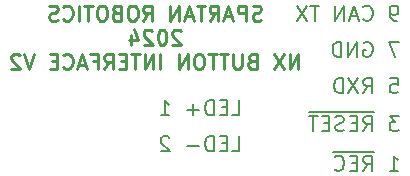
<source format=gbr>
%TF.GenerationSoftware,KiCad,Pcbnew,8.0.4-8.0.4-0~ubuntu22.04.1*%
%TF.CreationDate,2024-08-16T20:42:54-07:00*%
%TF.ProjectId,NX-ButtonInterface,4e582d42-7574-4746-9f6e-496e74657266,1*%
%TF.SameCoordinates,Original*%
%TF.FileFunction,Legend,Bot*%
%TF.FilePolarity,Positive*%
%FSLAX46Y46*%
G04 Gerber Fmt 4.6, Leading zero omitted, Abs format (unit mm)*
G04 Created by KiCad (PCBNEW 8.0.4-8.0.4-0~ubuntu22.04.1) date 2024-08-16 20:42:54*
%MOMM*%
%LPD*%
G01*
G04 APERTURE LIST*
%ADD10C,0.177800*%
%ADD11C,0.228600*%
G04 APERTURE END LIST*
D10*
X118573598Y-99271567D02*
X117726931Y-99271567D01*
X117726931Y-99271567D02*
X118271217Y-100541567D01*
X115610264Y-99332043D02*
X115731217Y-99271567D01*
X115731217Y-99271567D02*
X115912645Y-99271567D01*
X115912645Y-99271567D02*
X116094074Y-99332043D01*
X116094074Y-99332043D02*
X116215026Y-99452995D01*
X116215026Y-99452995D02*
X116275503Y-99573948D01*
X116275503Y-99573948D02*
X116335979Y-99815852D01*
X116335979Y-99815852D02*
X116335979Y-99997281D01*
X116335979Y-99997281D02*
X116275503Y-100239186D01*
X116275503Y-100239186D02*
X116215026Y-100360138D01*
X116215026Y-100360138D02*
X116094074Y-100481091D01*
X116094074Y-100481091D02*
X115912645Y-100541567D01*
X115912645Y-100541567D02*
X115791693Y-100541567D01*
X115791693Y-100541567D02*
X115610264Y-100481091D01*
X115610264Y-100481091D02*
X115549788Y-100420614D01*
X115549788Y-100420614D02*
X115549788Y-99997281D01*
X115549788Y-99997281D02*
X115791693Y-99997281D01*
X115005503Y-100541567D02*
X115005503Y-99271567D01*
X115005503Y-99271567D02*
X114279788Y-100541567D01*
X114279788Y-100541567D02*
X114279788Y-99271567D01*
X113675027Y-100541567D02*
X113675027Y-99271567D01*
X113675027Y-99271567D02*
X113372646Y-99271567D01*
X113372646Y-99271567D02*
X113191217Y-99332043D01*
X113191217Y-99332043D02*
X113070265Y-99452995D01*
X113070265Y-99452995D02*
X113009788Y-99573948D01*
X113009788Y-99573948D02*
X112949312Y-99815852D01*
X112949312Y-99815852D02*
X112949312Y-99997281D01*
X112949312Y-99997281D02*
X113009788Y-100239186D01*
X113009788Y-100239186D02*
X113070265Y-100360138D01*
X113070265Y-100360138D02*
X113191217Y-100481091D01*
X113191217Y-100481091D02*
X113372646Y-100541567D01*
X113372646Y-100541567D02*
X113675027Y-100541567D01*
X104450497Y-105480280D02*
X105055259Y-105480280D01*
X105055259Y-105480280D02*
X105055259Y-104210280D01*
X104027164Y-104815042D02*
X103603830Y-104815042D01*
X103422402Y-105480280D02*
X104027164Y-105480280D01*
X104027164Y-105480280D02*
X104027164Y-104210280D01*
X104027164Y-104210280D02*
X103422402Y-104210280D01*
X102878116Y-105480280D02*
X102878116Y-104210280D01*
X102878116Y-104210280D02*
X102575735Y-104210280D01*
X102575735Y-104210280D02*
X102394306Y-104270756D01*
X102394306Y-104270756D02*
X102273354Y-104391708D01*
X102273354Y-104391708D02*
X102212877Y-104512661D01*
X102212877Y-104512661D02*
X102152401Y-104754565D01*
X102152401Y-104754565D02*
X102152401Y-104935994D01*
X102152401Y-104935994D02*
X102212877Y-105177899D01*
X102212877Y-105177899D02*
X102273354Y-105298851D01*
X102273354Y-105298851D02*
X102394306Y-105419804D01*
X102394306Y-105419804D02*
X102575735Y-105480280D01*
X102575735Y-105480280D02*
X102878116Y-105480280D01*
X101608116Y-104996470D02*
X100640497Y-104996470D01*
X101124306Y-105480280D02*
X101124306Y-104512661D01*
X98402877Y-105480280D02*
X99128592Y-105480280D01*
X98765735Y-105480280D02*
X98765735Y-104210280D01*
X98765735Y-104210280D02*
X98886687Y-104391708D01*
X98886687Y-104391708D02*
X99007639Y-104512661D01*
X99007639Y-104512661D02*
X99128592Y-104573137D01*
X117847884Y-102333854D02*
X118452646Y-102333854D01*
X118452646Y-102333854D02*
X118513122Y-102938616D01*
X118513122Y-102938616D02*
X118452646Y-102878139D01*
X118452646Y-102878139D02*
X118331693Y-102817663D01*
X118331693Y-102817663D02*
X118029312Y-102817663D01*
X118029312Y-102817663D02*
X117908360Y-102878139D01*
X117908360Y-102878139D02*
X117847884Y-102938616D01*
X117847884Y-102938616D02*
X117787407Y-103059568D01*
X117787407Y-103059568D02*
X117787407Y-103361949D01*
X117787407Y-103361949D02*
X117847884Y-103482901D01*
X117847884Y-103482901D02*
X117908360Y-103543378D01*
X117908360Y-103543378D02*
X118029312Y-103603854D01*
X118029312Y-103603854D02*
X118331693Y-103603854D01*
X118331693Y-103603854D02*
X118452646Y-103543378D01*
X118452646Y-103543378D02*
X118513122Y-103482901D01*
X115549788Y-103603854D02*
X115973122Y-102999092D01*
X116275503Y-103603854D02*
X116275503Y-102333854D01*
X116275503Y-102333854D02*
X115791693Y-102333854D01*
X115791693Y-102333854D02*
X115670741Y-102394330D01*
X115670741Y-102394330D02*
X115610264Y-102454806D01*
X115610264Y-102454806D02*
X115549788Y-102575758D01*
X115549788Y-102575758D02*
X115549788Y-102757187D01*
X115549788Y-102757187D02*
X115610264Y-102878139D01*
X115610264Y-102878139D02*
X115670741Y-102938616D01*
X115670741Y-102938616D02*
X115791693Y-102999092D01*
X115791693Y-102999092D02*
X116275503Y-102999092D01*
X115126455Y-102333854D02*
X114279788Y-103603854D01*
X114279788Y-102333854D02*
X115126455Y-103603854D01*
X113795979Y-103603854D02*
X113795979Y-102333854D01*
X113795979Y-102333854D02*
X113493598Y-102333854D01*
X113493598Y-102333854D02*
X113312169Y-102394330D01*
X113312169Y-102394330D02*
X113191217Y-102515282D01*
X113191217Y-102515282D02*
X113130740Y-102636235D01*
X113130740Y-102636235D02*
X113070264Y-102878139D01*
X113070264Y-102878139D02*
X113070264Y-103059568D01*
X113070264Y-103059568D02*
X113130740Y-103301473D01*
X113130740Y-103301473D02*
X113191217Y-103422425D01*
X113191217Y-103422425D02*
X113312169Y-103543378D01*
X113312169Y-103543378D02*
X113493598Y-103603854D01*
X113493598Y-103603854D02*
X113795979Y-103603854D01*
X104450497Y-108528280D02*
X105055259Y-108528280D01*
X105055259Y-108528280D02*
X105055259Y-107258280D01*
X104027164Y-107863042D02*
X103603830Y-107863042D01*
X103422402Y-108528280D02*
X104027164Y-108528280D01*
X104027164Y-108528280D02*
X104027164Y-107258280D01*
X104027164Y-107258280D02*
X103422402Y-107258280D01*
X102878116Y-108528280D02*
X102878116Y-107258280D01*
X102878116Y-107258280D02*
X102575735Y-107258280D01*
X102575735Y-107258280D02*
X102394306Y-107318756D01*
X102394306Y-107318756D02*
X102273354Y-107439708D01*
X102273354Y-107439708D02*
X102212877Y-107560661D01*
X102212877Y-107560661D02*
X102152401Y-107802565D01*
X102152401Y-107802565D02*
X102152401Y-107983994D01*
X102152401Y-107983994D02*
X102212877Y-108225899D01*
X102212877Y-108225899D02*
X102273354Y-108346851D01*
X102273354Y-108346851D02*
X102394306Y-108467804D01*
X102394306Y-108467804D02*
X102575735Y-108528280D01*
X102575735Y-108528280D02*
X102878116Y-108528280D01*
X101608116Y-108044470D02*
X100640497Y-108044470D01*
X99128592Y-107379232D02*
X99068116Y-107318756D01*
X99068116Y-107318756D02*
X98947163Y-107258280D01*
X98947163Y-107258280D02*
X98644782Y-107258280D01*
X98644782Y-107258280D02*
X98523830Y-107318756D01*
X98523830Y-107318756D02*
X98463354Y-107379232D01*
X98463354Y-107379232D02*
X98402877Y-107500184D01*
X98402877Y-107500184D02*
X98402877Y-107621137D01*
X98402877Y-107621137D02*
X98463354Y-107802565D01*
X98463354Y-107802565D02*
X99189068Y-108528280D01*
X99189068Y-108528280D02*
X98402877Y-108528280D01*
D11*
X106897713Y-97403533D02*
X106716284Y-97464009D01*
X106716284Y-97464009D02*
X106413903Y-97464009D01*
X106413903Y-97464009D02*
X106292951Y-97403533D01*
X106292951Y-97403533D02*
X106232475Y-97343056D01*
X106232475Y-97343056D02*
X106171998Y-97222104D01*
X106171998Y-97222104D02*
X106171998Y-97101152D01*
X106171998Y-97101152D02*
X106232475Y-96980199D01*
X106232475Y-96980199D02*
X106292951Y-96919723D01*
X106292951Y-96919723D02*
X106413903Y-96859247D01*
X106413903Y-96859247D02*
X106655808Y-96798771D01*
X106655808Y-96798771D02*
X106776760Y-96738294D01*
X106776760Y-96738294D02*
X106837237Y-96677818D01*
X106837237Y-96677818D02*
X106897713Y-96556866D01*
X106897713Y-96556866D02*
X106897713Y-96435913D01*
X106897713Y-96435913D02*
X106837237Y-96314961D01*
X106837237Y-96314961D02*
X106776760Y-96254485D01*
X106776760Y-96254485D02*
X106655808Y-96194009D01*
X106655808Y-96194009D02*
X106353427Y-96194009D01*
X106353427Y-96194009D02*
X106171998Y-96254485D01*
X105627713Y-97464009D02*
X105627713Y-96194009D01*
X105627713Y-96194009D02*
X105143903Y-96194009D01*
X105143903Y-96194009D02*
X105022951Y-96254485D01*
X105022951Y-96254485D02*
X104962474Y-96314961D01*
X104962474Y-96314961D02*
X104901998Y-96435913D01*
X104901998Y-96435913D02*
X104901998Y-96617342D01*
X104901998Y-96617342D02*
X104962474Y-96738294D01*
X104962474Y-96738294D02*
X105022951Y-96798771D01*
X105022951Y-96798771D02*
X105143903Y-96859247D01*
X105143903Y-96859247D02*
X105627713Y-96859247D01*
X104418189Y-97101152D02*
X103813427Y-97101152D01*
X104539141Y-97464009D02*
X104115808Y-96194009D01*
X104115808Y-96194009D02*
X103692474Y-97464009D01*
X102543427Y-97464009D02*
X102966761Y-96859247D01*
X103269142Y-97464009D02*
X103269142Y-96194009D01*
X103269142Y-96194009D02*
X102785332Y-96194009D01*
X102785332Y-96194009D02*
X102664380Y-96254485D01*
X102664380Y-96254485D02*
X102603903Y-96314961D01*
X102603903Y-96314961D02*
X102543427Y-96435913D01*
X102543427Y-96435913D02*
X102543427Y-96617342D01*
X102543427Y-96617342D02*
X102603903Y-96738294D01*
X102603903Y-96738294D02*
X102664380Y-96798771D01*
X102664380Y-96798771D02*
X102785332Y-96859247D01*
X102785332Y-96859247D02*
X103269142Y-96859247D01*
X102180570Y-96194009D02*
X101454856Y-96194009D01*
X101817713Y-97464009D02*
X101817713Y-96194009D01*
X101091999Y-97101152D02*
X100487237Y-97101152D01*
X101212951Y-97464009D02*
X100789618Y-96194009D01*
X100789618Y-96194009D02*
X100366284Y-97464009D01*
X99942952Y-97464009D02*
X99942952Y-96194009D01*
X99942952Y-96194009D02*
X99217237Y-97464009D01*
X99217237Y-97464009D02*
X99217237Y-96194009D01*
X96919142Y-97464009D02*
X97342476Y-96859247D01*
X97644857Y-97464009D02*
X97644857Y-96194009D01*
X97644857Y-96194009D02*
X97161047Y-96194009D01*
X97161047Y-96194009D02*
X97040095Y-96254485D01*
X97040095Y-96254485D02*
X96979618Y-96314961D01*
X96979618Y-96314961D02*
X96919142Y-96435913D01*
X96919142Y-96435913D02*
X96919142Y-96617342D01*
X96919142Y-96617342D02*
X96979618Y-96738294D01*
X96979618Y-96738294D02*
X97040095Y-96798771D01*
X97040095Y-96798771D02*
X97161047Y-96859247D01*
X97161047Y-96859247D02*
X97644857Y-96859247D01*
X96132952Y-96194009D02*
X95891047Y-96194009D01*
X95891047Y-96194009D02*
X95770095Y-96254485D01*
X95770095Y-96254485D02*
X95649142Y-96375437D01*
X95649142Y-96375437D02*
X95588666Y-96617342D01*
X95588666Y-96617342D02*
X95588666Y-97040675D01*
X95588666Y-97040675D02*
X95649142Y-97282580D01*
X95649142Y-97282580D02*
X95770095Y-97403533D01*
X95770095Y-97403533D02*
X95891047Y-97464009D01*
X95891047Y-97464009D02*
X96132952Y-97464009D01*
X96132952Y-97464009D02*
X96253904Y-97403533D01*
X96253904Y-97403533D02*
X96374857Y-97282580D01*
X96374857Y-97282580D02*
X96435333Y-97040675D01*
X96435333Y-97040675D02*
X96435333Y-96617342D01*
X96435333Y-96617342D02*
X96374857Y-96375437D01*
X96374857Y-96375437D02*
X96253904Y-96254485D01*
X96253904Y-96254485D02*
X96132952Y-96194009D01*
X94621047Y-96798771D02*
X94439619Y-96859247D01*
X94439619Y-96859247D02*
X94379142Y-96919723D01*
X94379142Y-96919723D02*
X94318666Y-97040675D01*
X94318666Y-97040675D02*
X94318666Y-97222104D01*
X94318666Y-97222104D02*
X94379142Y-97343056D01*
X94379142Y-97343056D02*
X94439619Y-97403533D01*
X94439619Y-97403533D02*
X94560571Y-97464009D01*
X94560571Y-97464009D02*
X95044381Y-97464009D01*
X95044381Y-97464009D02*
X95044381Y-96194009D01*
X95044381Y-96194009D02*
X94621047Y-96194009D01*
X94621047Y-96194009D02*
X94500095Y-96254485D01*
X94500095Y-96254485D02*
X94439619Y-96314961D01*
X94439619Y-96314961D02*
X94379142Y-96435913D01*
X94379142Y-96435913D02*
X94379142Y-96556866D01*
X94379142Y-96556866D02*
X94439619Y-96677818D01*
X94439619Y-96677818D02*
X94500095Y-96738294D01*
X94500095Y-96738294D02*
X94621047Y-96798771D01*
X94621047Y-96798771D02*
X95044381Y-96798771D01*
X93532476Y-96194009D02*
X93290571Y-96194009D01*
X93290571Y-96194009D02*
X93169619Y-96254485D01*
X93169619Y-96254485D02*
X93048666Y-96375437D01*
X93048666Y-96375437D02*
X92988190Y-96617342D01*
X92988190Y-96617342D02*
X92988190Y-97040675D01*
X92988190Y-97040675D02*
X93048666Y-97282580D01*
X93048666Y-97282580D02*
X93169619Y-97403533D01*
X93169619Y-97403533D02*
X93290571Y-97464009D01*
X93290571Y-97464009D02*
X93532476Y-97464009D01*
X93532476Y-97464009D02*
X93653428Y-97403533D01*
X93653428Y-97403533D02*
X93774381Y-97282580D01*
X93774381Y-97282580D02*
X93834857Y-97040675D01*
X93834857Y-97040675D02*
X93834857Y-96617342D01*
X93834857Y-96617342D02*
X93774381Y-96375437D01*
X93774381Y-96375437D02*
X93653428Y-96254485D01*
X93653428Y-96254485D02*
X93532476Y-96194009D01*
X92625333Y-96194009D02*
X91899619Y-96194009D01*
X92262476Y-97464009D02*
X92262476Y-96194009D01*
X91476286Y-97464009D02*
X91476286Y-96194009D01*
X90145809Y-97343056D02*
X90206285Y-97403533D01*
X90206285Y-97403533D02*
X90387714Y-97464009D01*
X90387714Y-97464009D02*
X90508666Y-97464009D01*
X90508666Y-97464009D02*
X90690095Y-97403533D01*
X90690095Y-97403533D02*
X90811047Y-97282580D01*
X90811047Y-97282580D02*
X90871524Y-97161628D01*
X90871524Y-97161628D02*
X90932000Y-96919723D01*
X90932000Y-96919723D02*
X90932000Y-96738294D01*
X90932000Y-96738294D02*
X90871524Y-96496390D01*
X90871524Y-96496390D02*
X90811047Y-96375437D01*
X90811047Y-96375437D02*
X90690095Y-96254485D01*
X90690095Y-96254485D02*
X90508666Y-96194009D01*
X90508666Y-96194009D02*
X90387714Y-96194009D01*
X90387714Y-96194009D02*
X90206285Y-96254485D01*
X90206285Y-96254485D02*
X90145809Y-96314961D01*
X89662000Y-97403533D02*
X89480571Y-97464009D01*
X89480571Y-97464009D02*
X89178190Y-97464009D01*
X89178190Y-97464009D02*
X89057238Y-97403533D01*
X89057238Y-97403533D02*
X88996762Y-97343056D01*
X88996762Y-97343056D02*
X88936285Y-97222104D01*
X88936285Y-97222104D02*
X88936285Y-97101152D01*
X88936285Y-97101152D02*
X88996762Y-96980199D01*
X88996762Y-96980199D02*
X89057238Y-96919723D01*
X89057238Y-96919723D02*
X89178190Y-96859247D01*
X89178190Y-96859247D02*
X89420095Y-96798771D01*
X89420095Y-96798771D02*
X89541047Y-96738294D01*
X89541047Y-96738294D02*
X89601524Y-96677818D01*
X89601524Y-96677818D02*
X89662000Y-96556866D01*
X89662000Y-96556866D02*
X89662000Y-96435913D01*
X89662000Y-96435913D02*
X89601524Y-96314961D01*
X89601524Y-96314961D02*
X89541047Y-96254485D01*
X89541047Y-96254485D02*
X89420095Y-96194009D01*
X89420095Y-96194009D02*
X89117714Y-96194009D01*
X89117714Y-96194009D02*
X88936285Y-96254485D01*
X100094143Y-98359590D02*
X100033667Y-98299114D01*
X100033667Y-98299114D02*
X99912714Y-98238638D01*
X99912714Y-98238638D02*
X99610333Y-98238638D01*
X99610333Y-98238638D02*
X99489381Y-98299114D01*
X99489381Y-98299114D02*
X99428905Y-98359590D01*
X99428905Y-98359590D02*
X99368428Y-98480542D01*
X99368428Y-98480542D02*
X99368428Y-98601495D01*
X99368428Y-98601495D02*
X99428905Y-98782923D01*
X99428905Y-98782923D02*
X100154619Y-99508638D01*
X100154619Y-99508638D02*
X99368428Y-99508638D01*
X98582238Y-98238638D02*
X98461285Y-98238638D01*
X98461285Y-98238638D02*
X98340333Y-98299114D01*
X98340333Y-98299114D02*
X98279857Y-98359590D01*
X98279857Y-98359590D02*
X98219381Y-98480542D01*
X98219381Y-98480542D02*
X98158904Y-98722447D01*
X98158904Y-98722447D02*
X98158904Y-99024828D01*
X98158904Y-99024828D02*
X98219381Y-99266733D01*
X98219381Y-99266733D02*
X98279857Y-99387685D01*
X98279857Y-99387685D02*
X98340333Y-99448162D01*
X98340333Y-99448162D02*
X98461285Y-99508638D01*
X98461285Y-99508638D02*
X98582238Y-99508638D01*
X98582238Y-99508638D02*
X98703190Y-99448162D01*
X98703190Y-99448162D02*
X98763666Y-99387685D01*
X98763666Y-99387685D02*
X98824143Y-99266733D01*
X98824143Y-99266733D02*
X98884619Y-99024828D01*
X98884619Y-99024828D02*
X98884619Y-98722447D01*
X98884619Y-98722447D02*
X98824143Y-98480542D01*
X98824143Y-98480542D02*
X98763666Y-98359590D01*
X98763666Y-98359590D02*
X98703190Y-98299114D01*
X98703190Y-98299114D02*
X98582238Y-98238638D01*
X97675095Y-98359590D02*
X97614619Y-98299114D01*
X97614619Y-98299114D02*
X97493666Y-98238638D01*
X97493666Y-98238638D02*
X97191285Y-98238638D01*
X97191285Y-98238638D02*
X97070333Y-98299114D01*
X97070333Y-98299114D02*
X97009857Y-98359590D01*
X97009857Y-98359590D02*
X96949380Y-98480542D01*
X96949380Y-98480542D02*
X96949380Y-98601495D01*
X96949380Y-98601495D02*
X97009857Y-98782923D01*
X97009857Y-98782923D02*
X97735571Y-99508638D01*
X97735571Y-99508638D02*
X96949380Y-99508638D01*
X95860809Y-98661971D02*
X95860809Y-99508638D01*
X96163190Y-98178162D02*
X96465571Y-99085304D01*
X96465571Y-99085304D02*
X95679380Y-99085304D01*
X110042475Y-101553267D02*
X110042475Y-100283267D01*
X110042475Y-100283267D02*
X109316760Y-101553267D01*
X109316760Y-101553267D02*
X109316760Y-100283267D01*
X108832951Y-100283267D02*
X107986284Y-101553267D01*
X107986284Y-100283267D02*
X108832951Y-101553267D01*
X106111522Y-100888029D02*
X105930094Y-100948505D01*
X105930094Y-100948505D02*
X105869617Y-101008981D01*
X105869617Y-101008981D02*
X105809141Y-101129933D01*
X105809141Y-101129933D02*
X105809141Y-101311362D01*
X105809141Y-101311362D02*
X105869617Y-101432314D01*
X105869617Y-101432314D02*
X105930094Y-101492791D01*
X105930094Y-101492791D02*
X106051046Y-101553267D01*
X106051046Y-101553267D02*
X106534856Y-101553267D01*
X106534856Y-101553267D02*
X106534856Y-100283267D01*
X106534856Y-100283267D02*
X106111522Y-100283267D01*
X106111522Y-100283267D02*
X105990570Y-100343743D01*
X105990570Y-100343743D02*
X105930094Y-100404219D01*
X105930094Y-100404219D02*
X105869617Y-100525171D01*
X105869617Y-100525171D02*
X105869617Y-100646124D01*
X105869617Y-100646124D02*
X105930094Y-100767076D01*
X105930094Y-100767076D02*
X105990570Y-100827552D01*
X105990570Y-100827552D02*
X106111522Y-100888029D01*
X106111522Y-100888029D02*
X106534856Y-100888029D01*
X105264856Y-100283267D02*
X105264856Y-101311362D01*
X105264856Y-101311362D02*
X105204379Y-101432314D01*
X105204379Y-101432314D02*
X105143903Y-101492791D01*
X105143903Y-101492791D02*
X105022951Y-101553267D01*
X105022951Y-101553267D02*
X104781046Y-101553267D01*
X104781046Y-101553267D02*
X104660094Y-101492791D01*
X104660094Y-101492791D02*
X104599617Y-101432314D01*
X104599617Y-101432314D02*
X104539141Y-101311362D01*
X104539141Y-101311362D02*
X104539141Y-100283267D01*
X104115808Y-100283267D02*
X103390094Y-100283267D01*
X103752951Y-101553267D02*
X103752951Y-100283267D01*
X103148189Y-100283267D02*
X102422475Y-100283267D01*
X102785332Y-101553267D02*
X102785332Y-100283267D01*
X101757237Y-100283267D02*
X101515332Y-100283267D01*
X101515332Y-100283267D02*
X101394380Y-100343743D01*
X101394380Y-100343743D02*
X101273427Y-100464695D01*
X101273427Y-100464695D02*
X101212951Y-100706600D01*
X101212951Y-100706600D02*
X101212951Y-101129933D01*
X101212951Y-101129933D02*
X101273427Y-101371838D01*
X101273427Y-101371838D02*
X101394380Y-101492791D01*
X101394380Y-101492791D02*
X101515332Y-101553267D01*
X101515332Y-101553267D02*
X101757237Y-101553267D01*
X101757237Y-101553267D02*
X101878189Y-101492791D01*
X101878189Y-101492791D02*
X101999142Y-101371838D01*
X101999142Y-101371838D02*
X102059618Y-101129933D01*
X102059618Y-101129933D02*
X102059618Y-100706600D01*
X102059618Y-100706600D02*
X101999142Y-100464695D01*
X101999142Y-100464695D02*
X101878189Y-100343743D01*
X101878189Y-100343743D02*
X101757237Y-100283267D01*
X100668666Y-101553267D02*
X100668666Y-100283267D01*
X100668666Y-100283267D02*
X99942951Y-101553267D01*
X99942951Y-101553267D02*
X99942951Y-100283267D01*
X98370571Y-101553267D02*
X98370571Y-100283267D01*
X97765809Y-101553267D02*
X97765809Y-100283267D01*
X97765809Y-100283267D02*
X97040094Y-101553267D01*
X97040094Y-101553267D02*
X97040094Y-100283267D01*
X96616761Y-100283267D02*
X95891047Y-100283267D01*
X96253904Y-101553267D02*
X96253904Y-100283267D01*
X95467714Y-100888029D02*
X95044380Y-100888029D01*
X94862952Y-101553267D02*
X95467714Y-101553267D01*
X95467714Y-101553267D02*
X95467714Y-100283267D01*
X95467714Y-100283267D02*
X94862952Y-100283267D01*
X93592951Y-101553267D02*
X94016285Y-100948505D01*
X94318666Y-101553267D02*
X94318666Y-100283267D01*
X94318666Y-100283267D02*
X93834856Y-100283267D01*
X93834856Y-100283267D02*
X93713904Y-100343743D01*
X93713904Y-100343743D02*
X93653427Y-100404219D01*
X93653427Y-100404219D02*
X93592951Y-100525171D01*
X93592951Y-100525171D02*
X93592951Y-100706600D01*
X93592951Y-100706600D02*
X93653427Y-100827552D01*
X93653427Y-100827552D02*
X93713904Y-100888029D01*
X93713904Y-100888029D02*
X93834856Y-100948505D01*
X93834856Y-100948505D02*
X94318666Y-100948505D01*
X92625332Y-100888029D02*
X93048666Y-100888029D01*
X93048666Y-101553267D02*
X93048666Y-100283267D01*
X93048666Y-100283267D02*
X92443904Y-100283267D01*
X92020571Y-101190410D02*
X91415809Y-101190410D01*
X92141523Y-101553267D02*
X91718190Y-100283267D01*
X91718190Y-100283267D02*
X91294856Y-101553267D01*
X90145809Y-101432314D02*
X90206285Y-101492791D01*
X90206285Y-101492791D02*
X90387714Y-101553267D01*
X90387714Y-101553267D02*
X90508666Y-101553267D01*
X90508666Y-101553267D02*
X90690095Y-101492791D01*
X90690095Y-101492791D02*
X90811047Y-101371838D01*
X90811047Y-101371838D02*
X90871524Y-101250886D01*
X90871524Y-101250886D02*
X90932000Y-101008981D01*
X90932000Y-101008981D02*
X90932000Y-100827552D01*
X90932000Y-100827552D02*
X90871524Y-100585648D01*
X90871524Y-100585648D02*
X90811047Y-100464695D01*
X90811047Y-100464695D02*
X90690095Y-100343743D01*
X90690095Y-100343743D02*
X90508666Y-100283267D01*
X90508666Y-100283267D02*
X90387714Y-100283267D01*
X90387714Y-100283267D02*
X90206285Y-100343743D01*
X90206285Y-100343743D02*
X90145809Y-100404219D01*
X89601524Y-100888029D02*
X89178190Y-100888029D01*
X88996762Y-101553267D02*
X89601524Y-101553267D01*
X89601524Y-101553267D02*
X89601524Y-100283267D01*
X89601524Y-100283267D02*
X88996762Y-100283267D01*
X87666285Y-100283267D02*
X87242952Y-101553267D01*
X87242952Y-101553267D02*
X86819618Y-100283267D01*
X86456762Y-100404219D02*
X86396286Y-100343743D01*
X86396286Y-100343743D02*
X86275333Y-100283267D01*
X86275333Y-100283267D02*
X85972952Y-100283267D01*
X85972952Y-100283267D02*
X85852000Y-100343743D01*
X85852000Y-100343743D02*
X85791524Y-100404219D01*
X85791524Y-100404219D02*
X85731047Y-100525171D01*
X85731047Y-100525171D02*
X85731047Y-100646124D01*
X85731047Y-100646124D02*
X85791524Y-100827552D01*
X85791524Y-100827552D02*
X86517238Y-101553267D01*
X86517238Y-101553267D02*
X85731047Y-101553267D01*
D10*
X118573598Y-105546424D02*
X117787407Y-105546424D01*
X117787407Y-105546424D02*
X118210741Y-106030233D01*
X118210741Y-106030233D02*
X118029312Y-106030233D01*
X118029312Y-106030233D02*
X117908360Y-106090709D01*
X117908360Y-106090709D02*
X117847884Y-106151186D01*
X117847884Y-106151186D02*
X117787407Y-106272138D01*
X117787407Y-106272138D02*
X117787407Y-106574519D01*
X117787407Y-106574519D02*
X117847884Y-106695471D01*
X117847884Y-106695471D02*
X117908360Y-106755948D01*
X117908360Y-106755948D02*
X118029312Y-106816424D01*
X118029312Y-106816424D02*
X118392169Y-106816424D01*
X118392169Y-106816424D02*
X118513122Y-106755948D01*
X118513122Y-106755948D02*
X118573598Y-106695471D01*
X115549788Y-106816424D02*
X115973122Y-106211662D01*
X116275503Y-106816424D02*
X116275503Y-105546424D01*
X116275503Y-105546424D02*
X115791693Y-105546424D01*
X115791693Y-105546424D02*
X115670741Y-105606900D01*
X115670741Y-105606900D02*
X115610264Y-105667376D01*
X115610264Y-105667376D02*
X115549788Y-105788328D01*
X115549788Y-105788328D02*
X115549788Y-105969757D01*
X115549788Y-105969757D02*
X115610264Y-106090709D01*
X115610264Y-106090709D02*
X115670741Y-106151186D01*
X115670741Y-106151186D02*
X115791693Y-106211662D01*
X115791693Y-106211662D02*
X116275503Y-106211662D01*
X115005503Y-106151186D02*
X114582169Y-106151186D01*
X114400741Y-106816424D02*
X115005503Y-106816424D01*
X115005503Y-106816424D02*
X115005503Y-105546424D01*
X115005503Y-105546424D02*
X114400741Y-105546424D01*
X113916931Y-106755948D02*
X113735502Y-106816424D01*
X113735502Y-106816424D02*
X113433121Y-106816424D01*
X113433121Y-106816424D02*
X113312169Y-106755948D01*
X113312169Y-106755948D02*
X113251693Y-106695471D01*
X113251693Y-106695471D02*
X113191216Y-106574519D01*
X113191216Y-106574519D02*
X113191216Y-106453567D01*
X113191216Y-106453567D02*
X113251693Y-106332614D01*
X113251693Y-106332614D02*
X113312169Y-106272138D01*
X113312169Y-106272138D02*
X113433121Y-106211662D01*
X113433121Y-106211662D02*
X113675026Y-106151186D01*
X113675026Y-106151186D02*
X113795978Y-106090709D01*
X113795978Y-106090709D02*
X113856455Y-106030233D01*
X113856455Y-106030233D02*
X113916931Y-105909281D01*
X113916931Y-105909281D02*
X113916931Y-105788328D01*
X113916931Y-105788328D02*
X113856455Y-105667376D01*
X113856455Y-105667376D02*
X113795978Y-105606900D01*
X113795978Y-105606900D02*
X113675026Y-105546424D01*
X113675026Y-105546424D02*
X113372645Y-105546424D01*
X113372645Y-105546424D02*
X113191216Y-105606900D01*
X112646931Y-106151186D02*
X112223597Y-106151186D01*
X112042169Y-106816424D02*
X112646931Y-106816424D01*
X112646931Y-106816424D02*
X112646931Y-105546424D01*
X112646931Y-105546424D02*
X112042169Y-105546424D01*
X111679311Y-105546424D02*
X110953597Y-105546424D01*
X111316454Y-106816424D02*
X111316454Y-105546424D01*
X116450884Y-105193848D02*
X110959645Y-105193848D01*
X118392169Y-97479280D02*
X118150265Y-97479280D01*
X118150265Y-97479280D02*
X118029312Y-97418804D01*
X118029312Y-97418804D02*
X117968836Y-97358327D01*
X117968836Y-97358327D02*
X117847884Y-97176899D01*
X117847884Y-97176899D02*
X117787407Y-96934994D01*
X117787407Y-96934994D02*
X117787407Y-96451184D01*
X117787407Y-96451184D02*
X117847884Y-96330232D01*
X117847884Y-96330232D02*
X117908360Y-96269756D01*
X117908360Y-96269756D02*
X118029312Y-96209280D01*
X118029312Y-96209280D02*
X118271217Y-96209280D01*
X118271217Y-96209280D02*
X118392169Y-96269756D01*
X118392169Y-96269756D02*
X118452646Y-96330232D01*
X118452646Y-96330232D02*
X118513122Y-96451184D01*
X118513122Y-96451184D02*
X118513122Y-96753565D01*
X118513122Y-96753565D02*
X118452646Y-96874518D01*
X118452646Y-96874518D02*
X118392169Y-96934994D01*
X118392169Y-96934994D02*
X118271217Y-96995470D01*
X118271217Y-96995470D02*
X118029312Y-96995470D01*
X118029312Y-96995470D02*
X117908360Y-96934994D01*
X117908360Y-96934994D02*
X117847884Y-96874518D01*
X117847884Y-96874518D02*
X117787407Y-96753565D01*
X115549788Y-97358327D02*
X115610264Y-97418804D01*
X115610264Y-97418804D02*
X115791693Y-97479280D01*
X115791693Y-97479280D02*
X115912645Y-97479280D01*
X115912645Y-97479280D02*
X116094074Y-97418804D01*
X116094074Y-97418804D02*
X116215026Y-97297851D01*
X116215026Y-97297851D02*
X116275503Y-97176899D01*
X116275503Y-97176899D02*
X116335979Y-96934994D01*
X116335979Y-96934994D02*
X116335979Y-96753565D01*
X116335979Y-96753565D02*
X116275503Y-96511661D01*
X116275503Y-96511661D02*
X116215026Y-96390708D01*
X116215026Y-96390708D02*
X116094074Y-96269756D01*
X116094074Y-96269756D02*
X115912645Y-96209280D01*
X115912645Y-96209280D02*
X115791693Y-96209280D01*
X115791693Y-96209280D02*
X115610264Y-96269756D01*
X115610264Y-96269756D02*
X115549788Y-96330232D01*
X115065979Y-97116423D02*
X114461217Y-97116423D01*
X115186931Y-97479280D02*
X114763598Y-96209280D01*
X114763598Y-96209280D02*
X114340264Y-97479280D01*
X113916932Y-97479280D02*
X113916932Y-96209280D01*
X113916932Y-96209280D02*
X113191217Y-97479280D01*
X113191217Y-97479280D02*
X113191217Y-96209280D01*
X111800265Y-96209280D02*
X111074551Y-96209280D01*
X111437408Y-97479280D02*
X111437408Y-96209280D01*
X110772170Y-96209280D02*
X109925503Y-97479280D01*
X109925503Y-96209280D02*
X110772170Y-97479280D01*
X117787407Y-110179280D02*
X118513122Y-110179280D01*
X118150265Y-110179280D02*
X118150265Y-108909280D01*
X118150265Y-108909280D02*
X118271217Y-109090708D01*
X118271217Y-109090708D02*
X118392169Y-109211661D01*
X118392169Y-109211661D02*
X118513122Y-109272137D01*
X115549788Y-110179280D02*
X115973122Y-109574518D01*
X116275503Y-110179280D02*
X116275503Y-108909280D01*
X116275503Y-108909280D02*
X115791693Y-108909280D01*
X115791693Y-108909280D02*
X115670741Y-108969756D01*
X115670741Y-108969756D02*
X115610264Y-109030232D01*
X115610264Y-109030232D02*
X115549788Y-109151184D01*
X115549788Y-109151184D02*
X115549788Y-109332613D01*
X115549788Y-109332613D02*
X115610264Y-109453565D01*
X115610264Y-109453565D02*
X115670741Y-109514042D01*
X115670741Y-109514042D02*
X115791693Y-109574518D01*
X115791693Y-109574518D02*
X116275503Y-109574518D01*
X115005503Y-109514042D02*
X114582169Y-109514042D01*
X114400741Y-110179280D02*
X115005503Y-110179280D01*
X115005503Y-110179280D02*
X115005503Y-108909280D01*
X115005503Y-108909280D02*
X114400741Y-108909280D01*
X113130740Y-110058327D02*
X113191216Y-110118804D01*
X113191216Y-110118804D02*
X113372645Y-110179280D01*
X113372645Y-110179280D02*
X113493597Y-110179280D01*
X113493597Y-110179280D02*
X113675026Y-110118804D01*
X113675026Y-110118804D02*
X113795978Y-109997851D01*
X113795978Y-109997851D02*
X113856455Y-109876899D01*
X113856455Y-109876899D02*
X113916931Y-109634994D01*
X113916931Y-109634994D02*
X113916931Y-109453565D01*
X113916931Y-109453565D02*
X113856455Y-109211661D01*
X113856455Y-109211661D02*
X113795978Y-109090708D01*
X113795978Y-109090708D02*
X113675026Y-108969756D01*
X113675026Y-108969756D02*
X113493597Y-108909280D01*
X113493597Y-108909280D02*
X113372645Y-108909280D01*
X113372645Y-108909280D02*
X113191216Y-108969756D01*
X113191216Y-108969756D02*
X113130740Y-109030232D01*
X116450884Y-108556704D02*
X113015836Y-108556704D01*
M02*

</source>
